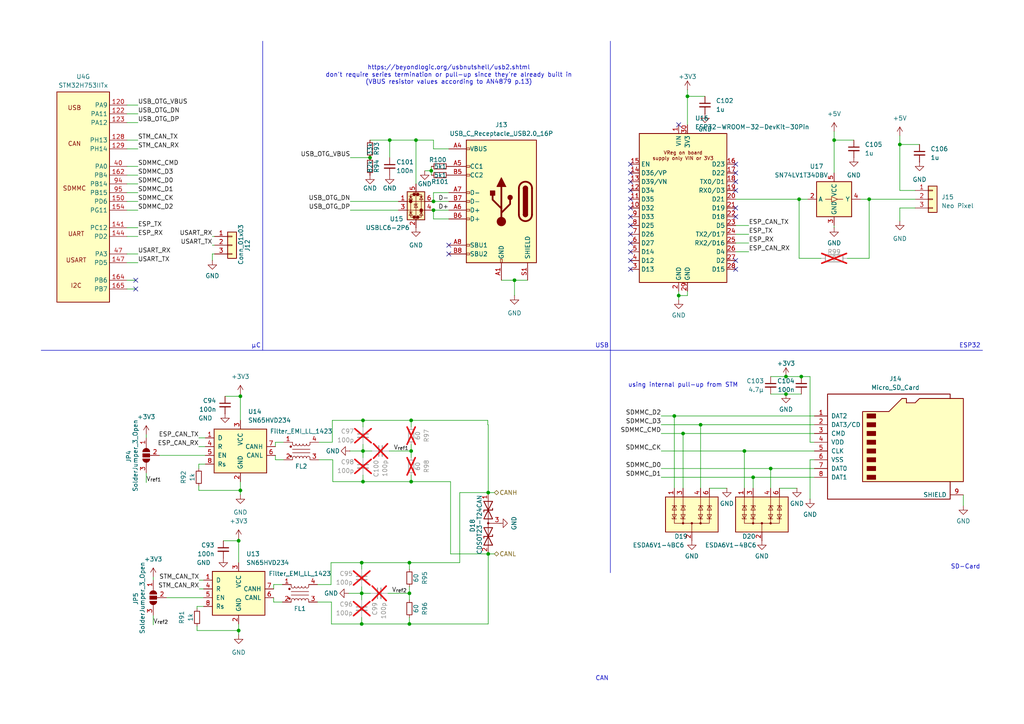
<source format=kicad_sch>
(kicad_sch
	(version 20250114)
	(generator "eeschema")
	(generator_version "9.0")
	(uuid "c61dd313-04ad-474f-9718-66b9bce07315")
	(paper "A4")
	
	(text "USB"
		(exclude_from_sim no)
		(at 174.625 100.33 0)
		(effects
			(font
				(size 1.27 1.27)
			)
		)
		(uuid "030ac795-edf5-444d-9323-762df8451be4")
	)
	(text "SD-Card"
		(exclude_from_sim no)
		(at 280.035 164.465 0)
		(effects
			(font
				(size 1.27 1.27)
			)
		)
		(uuid "05828fab-2d04-4397-b843-7a8ebdd025b6")
	)
	(text "don't require series termination or pull-up since they're already built in\n(VBUS resistor values according to AN4879 p.13)"
		(exclude_from_sim no)
		(at 130.175 22.86 0)
		(effects
			(font
				(size 1.27 1.27)
			)
		)
		(uuid "1055d774-b6a1-419a-b048-36be66eef259")
	)
	(text "µC"
		(exclude_from_sim no)
		(at 74.295 100.33 0)
		(effects
			(font
				(size 1.27 1.27)
			)
		)
		(uuid "116a24cc-e1f0-4e0d-bea5-abd9a8f91599")
	)
	(text "https://beyondlogic.org/usbnutshell/usb2.shtml"
		(exclude_from_sim no)
		(at 130.175 19.685 0)
		(effects
			(font
				(size 1.27 1.27)
			)
		)
		(uuid "17aebb66-f36f-4773-91b3-aa6e98e3a3df")
	)
	(text "ESP32"
		(exclude_from_sim no)
		(at 281.305 100.33 0)
		(effects
			(font
				(size 1.27 1.27)
			)
		)
		(uuid "2f1a1088-c0ce-4de9-ae6e-34c8798ff98b")
	)
	(text "using internal pull-up from STM"
		(exclude_from_sim no)
		(at 198.12 111.76 0)
		(effects
			(font
				(size 1.27 1.27)
			)
		)
		(uuid "a2052886-6177-4247-95db-c4b735b95dd6")
	)
	(text "CAN"
		(exclude_from_sim no)
		(at 174.625 196.85 0)
		(effects
			(font
				(size 1.27 1.27)
			)
		)
		(uuid "aaa6aba1-4600-4726-ab41-4812b09f5f58")
	)
	(junction
		(at 231.775 57.785)
		(diameter 0)
		(color 0 0 0 0)
		(uuid "05cfbb34-84b8-41f9-b2c6-e5b00514da1d")
	)
	(junction
		(at 215.9 130.81)
		(diameter 0)
		(color 0 0 0 0)
		(uuid "0bbc3a19-37df-42ad-91f0-8540a0395fb7")
	)
	(junction
		(at 227.965 109.22)
		(diameter 0)
		(color 0 0 0 0)
		(uuid "18ab2d23-28e9-4932-9559-08cfc3b6ac2c")
	)
	(junction
		(at 232.41 109.22)
		(diameter 0)
		(color 0 0 0 0)
		(uuid "24fd9673-2273-4cc7-b851-95d6418ffacd")
	)
	(junction
		(at 118.745 180.975)
		(diameter 0)
		(color 0 0 0 0)
		(uuid "28a47998-b579-477b-8bd7-5184e4777d5e")
	)
	(junction
		(at 119.253 130.81)
		(diameter 0)
		(color 0 0 0 0)
		(uuid "3162dd44-bd73-462d-a1ba-3ec68e82b83a")
	)
	(junction
		(at 252.095 57.785)
		(diameter 0)
		(color 0 0 0 0)
		(uuid "318c4647-7bc1-4283-9b65-f73983dbd071")
	)
	(junction
		(at 149.225 81.28)
		(diameter 0)
		(color 0 0 0 0)
		(uuid "3c1013bf-bfba-435b-96c5-025b99d0e79f")
	)
	(junction
		(at 69.723 142.24)
		(diameter 0)
		(color 0 0 0 0)
		(uuid "3d875b4c-a7a5-4903-ad64-3ecea35d872b")
	)
	(junction
		(at 69.723 114.935)
		(diameter 0)
		(color 0 0 0 0)
		(uuid "41b0bad5-7e8d-4b02-8ba8-4522831df7e6")
	)
	(junction
		(at 107.315 45.72)
		(diameter 0)
		(color 0 0 0 0)
		(uuid "46e9cd3f-c4dc-4e06-874a-970861c8e4d0")
	)
	(junction
		(at 195.58 120.65)
		(diameter 0)
		(color 0 0 0 0)
		(uuid "483c68f8-8db5-413f-96da-d4c2dccc7777")
	)
	(junction
		(at 69.215 182.88)
		(diameter 0)
		(color 0 0 0 0)
		(uuid "4dfb8dde-4cef-4814-89d9-dc2c67abc0ea")
	)
	(junction
		(at 218.44 138.43)
		(diameter 0)
		(color 0 0 0 0)
		(uuid "50b25640-4ca4-435d-9ca2-96918ac454bf")
	)
	(junction
		(at 198.12 125.73)
		(diameter 0)
		(color 0 0 0 0)
		(uuid "52bd35f7-90f4-444f-80c2-b19c5579d427")
	)
	(junction
		(at 104.902 163.195)
		(diameter 0)
		(color 0 0 0 0)
		(uuid "53b32a67-343e-432d-9256-006aedde493b")
	)
	(junction
		(at 119.253 139.7)
		(diameter 0)
		(color 0 0 0 0)
		(uuid "6c0e76a3-6aad-4fb4-a948-d5eac4447136")
	)
	(junction
		(at 105.283 121.92)
		(diameter 0)
		(color 0 0 0 0)
		(uuid "7481ae21-ea6c-45fa-90b7-25db4fcacac0")
	)
	(junction
		(at 125.73 60.96)
		(diameter 0)
		(color 0 0 0 0)
		(uuid "76eb61ee-a5dc-435a-8704-218432069d76")
	)
	(junction
		(at 227.965 114.3)
		(diameter 0)
		(color 0 0 0 0)
		(uuid "7b77a6c7-da0a-42bd-826a-b38b72133772")
	)
	(junction
		(at 69.215 156.845)
		(diameter 0)
		(color 0 0 0 0)
		(uuid "7c2aa378-d994-4cbb-a7fd-662b6a6dbd3e")
	)
	(junction
		(at 223.52 135.89)
		(diameter 0)
		(color 0 0 0 0)
		(uuid "83a97a6e-f8be-41f0-8991-cb39de58c4f2")
	)
	(junction
		(at 199.39 27.94)
		(diameter 0)
		(color 0 0 0 0)
		(uuid "8a2ddf5a-e56d-4ddb-b3a7-3ce78fdb1ea7")
	)
	(junction
		(at 104.902 180.975)
		(diameter 0)
		(color 0 0 0 0)
		(uuid "8c902d7a-9a97-4247-a024-6511c85f57b0")
	)
	(junction
		(at 119.253 121.92)
		(diameter 0)
		(color 0 0 0 0)
		(uuid "9727df9d-30c2-4d31-a4a4-c18de4a38ffd")
	)
	(junction
		(at 141.605 160.655)
		(diameter 0)
		(color 0 0 0 0)
		(uuid "9b258187-c52a-4e59-8789-b7ac6ed5dc99")
	)
	(junction
		(at 104.902 172.085)
		(diameter 0)
		(color 0 0 0 0)
		(uuid "9cc87ece-ed33-40de-966c-51c2001dc894")
	)
	(junction
		(at 105.283 130.81)
		(diameter 0)
		(color 0 0 0 0)
		(uuid "9cdc856e-55bf-4f24-8496-a3f3c835efb4")
	)
	(junction
		(at 120.65 40.64)
		(diameter 0)
		(color 0 0 0 0)
		(uuid "9ea8c7a2-1503-4324-bc92-c95e051488ac")
	)
	(junction
		(at 141.605 142.875)
		(diameter 0)
		(color 0 0 0 0)
		(uuid "a02cb7ca-67e1-4267-9b51-48bfa47aa699")
	)
	(junction
		(at 203.2 123.19)
		(diameter 0)
		(color 0 0 0 0)
		(uuid "a030d523-f685-498c-a6ce-88394aca3cb6")
	)
	(junction
		(at 118.745 163.195)
		(diameter 0)
		(color 0 0 0 0)
		(uuid "b60abf17-3e74-47af-a488-26c720dd0b0f")
	)
	(junction
		(at 118.745 172.085)
		(diameter 0)
		(color 0 0 0 0)
		(uuid "b6c8fd7b-67f5-4777-9880-dd70ef3914a0")
	)
	(junction
		(at 196.85 85.725)
		(diameter 0)
		(color 0 0 0 0)
		(uuid "cee00a16-43e6-4734-87be-e840da75aabc")
	)
	(junction
		(at 105.283 139.7)
		(diameter 0)
		(color 0 0 0 0)
		(uuid "cf065f4e-64c6-411f-9278-3cbeff3ad8fd")
	)
	(junction
		(at 125.095 49.53)
		(diameter 0)
		(color 0 0 0 0)
		(uuid "d302f7ee-d45d-43f0-9f1f-85368a116229")
	)
	(junction
		(at 260.985 41.91)
		(diameter 0)
		(color 0 0 0 0)
		(uuid "e4280f40-0a8b-46b8-8a3f-bdc2bbc7d561")
	)
	(junction
		(at 241.935 40.64)
		(diameter 0)
		(color 0 0 0 0)
		(uuid "e66e4697-c658-4daa-8505-29693d7c6fa8")
	)
	(junction
		(at 125.73 58.42)
		(diameter 0)
		(color 0 0 0 0)
		(uuid "e8da3965-6ebf-4303-bffa-5c0b2fe16f2a")
	)
	(junction
		(at 113.03 40.64)
		(diameter 0)
		(color 0 0 0 0)
		(uuid "eef95e3a-9baf-4512-9c0f-0fb5481cc6c4")
	)
	(no_connect
		(at 182.88 73.025)
		(uuid "0f78565a-9a79-4977-842d-db81c2f3a858")
	)
	(no_connect
		(at 182.88 55.245)
		(uuid "1635493b-c0b0-4b22-91c0-dd20f89d28d6")
	)
	(no_connect
		(at 182.88 57.785)
		(uuid "2cd37b9b-1e16-4721-baaf-0f02fff9ee15")
	)
	(no_connect
		(at 213.36 47.625)
		(uuid "2e298096-7ace-418c-89a7-3d43d6bed0db")
	)
	(no_connect
		(at 182.88 60.325)
		(uuid "3bc25636-dee2-443e-8ccb-a980f456ac63")
	)
	(no_connect
		(at 182.88 50.165)
		(uuid "43d8676e-50c6-4697-acd1-a078ec396d67")
	)
	(no_connect
		(at 182.88 65.405)
		(uuid "4a7c660c-ecc7-4617-8099-7833ce97674f")
	)
	(no_connect
		(at 182.88 47.625)
		(uuid "5a25121c-a1f8-402a-a503-9b4b6773db57")
	)
	(no_connect
		(at 196.85 36.195)
		(uuid "5c9306cf-381b-4d82-8a3a-52bc964f2a36")
	)
	(no_connect
		(at 213.36 52.705)
		(uuid "5c964bdf-2ed2-4eef-b541-8ce09ccb6359")
	)
	(no_connect
		(at 182.88 78.105)
		(uuid "5cab31a6-586b-4cbb-8e74-6785a73b7287")
	)
	(no_connect
		(at 213.36 75.565)
		(uuid "627c0ac6-463b-4d74-9056-912f48f57f8c")
	)
	(no_connect
		(at 182.88 67.945)
		(uuid "662f2eb1-7541-4b5a-9b3e-348e11036abd")
	)
	(no_connect
		(at 182.88 52.705)
		(uuid "73269fd7-c364-4aef-a8b5-a2eabdfa97a8")
	)
	(no_connect
		(at 213.36 60.325)
		(uuid "797e1eed-a489-45da-8c0f-184fc597169c")
	)
	(no_connect
		(at 39.37 81.28)
		(uuid "801925af-43b5-4a0b-93d1-4b49e54544aa")
	)
	(no_connect
		(at 182.88 75.565)
		(uuid "8365a6d4-6d29-461b-904c-0324ca06fc5a")
	)
	(no_connect
		(at 182.88 62.865)
		(uuid "8ac847d1-9069-40ae-a3f2-d3aed782fb55")
	)
	(no_connect
		(at 39.37 83.82)
		(uuid "8d6a3a61-3be3-4b12-b41e-55b2d97959f1")
	)
	(no_connect
		(at 213.36 78.105)
		(uuid "8f56c4af-52dc-4612-9881-b40f131d9649")
	)
	(no_connect
		(at 213.36 50.165)
		(uuid "b938ea39-6292-4387-8cd7-875c20a9d49a")
	)
	(no_connect
		(at 130.175 71.12)
		(uuid "d7064c93-16c6-497d-859a-7b410a29e175")
	)
	(no_connect
		(at 213.36 55.245)
		(uuid "da2de24c-d775-46ec-8771-ff0ede014a17")
	)
	(no_connect
		(at 130.175 73.66)
		(uuid "e5cfba84-9aae-4335-81b2-f9420a56298e")
	)
	(no_connect
		(at 182.88 70.485)
		(uuid "e700e196-44ff-4ef8-a8e9-38a5e666b895")
	)
	(no_connect
		(at 213.36 62.865)
		(uuid "ffc9674a-9076-447f-ba67-71a5716efeb9")
	)
	(wire
		(pts
			(xy 198.12 125.73) (xy 198.12 141.605)
		)
		(stroke
			(width 0)
			(type default)
		)
		(uuid "0126e725-cd4a-43de-a635-49074d4eee16")
	)
	(wire
		(pts
			(xy 113.03 40.64) (xy 120.65 40.64)
		)
		(stroke
			(width 0)
			(type default)
		)
		(uuid "03b6b96d-d108-4c6b-b2b6-d370d0813a07")
	)
	(wire
		(pts
			(xy 40.005 53.34) (xy 36.83 53.34)
		)
		(stroke
			(width 0)
			(type default)
		)
		(uuid "069c83cc-66af-4239-a3f2-6fc7c9797843")
	)
	(wire
		(pts
			(xy 227.965 109.22) (xy 232.41 109.22)
		)
		(stroke
			(width 0)
			(type default)
		)
		(uuid "0720b77c-06ec-4ddc-af8a-933409149d5c")
	)
	(wire
		(pts
			(xy 252.095 57.785) (xy 252.095 74.93)
		)
		(stroke
			(width 0)
			(type default)
		)
		(uuid "07821e1a-6081-4b53-af8d-3407e5dfe479")
	)
	(wire
		(pts
			(xy 96.139 174.625) (xy 96.139 180.975)
		)
		(stroke
			(width 0)
			(type default)
		)
		(uuid "07b7ef48-98f5-4f9c-8c83-e93a23111e86")
	)
	(wire
		(pts
			(xy 217.17 65.405) (xy 213.36 65.405)
		)
		(stroke
			(width 0)
			(type default)
		)
		(uuid "08072ded-74bf-4b0b-806c-19444be54a5d")
	)
	(wire
		(pts
			(xy 101.6 58.42) (xy 115.57 58.42)
		)
		(stroke
			(width 0)
			(type default)
		)
		(uuid "082fce0a-328f-4c33-b82d-f736243226bd")
	)
	(wire
		(pts
			(xy 125.095 49.53) (xy 125.095 50.8)
		)
		(stroke
			(width 0)
			(type default)
		)
		(uuid "0ea0bb12-e71d-4036-85a4-6c19fe123590")
	)
	(wire
		(pts
			(xy 79.883 133.35) (xy 79.883 132.08)
		)
		(stroke
			(width 0)
			(type default)
		)
		(uuid "0eb24822-65ba-4fcc-a791-110a601cab9c")
	)
	(wire
		(pts
			(xy 241.935 40.64) (xy 247.65 40.64)
		)
		(stroke
			(width 0)
			(type default)
		)
		(uuid "0ec11d76-de2c-47d9-b68b-71e96f39e5f7")
	)
	(wire
		(pts
			(xy 36.83 55.88) (xy 40.005 55.88)
		)
		(stroke
			(width 0)
			(type default)
		)
		(uuid "0f23c12c-ee24-49ec-857a-7c94676913f0")
	)
	(wire
		(pts
			(xy 113.03 40.64) (xy 113.03 45.72)
		)
		(stroke
			(width 0)
			(type default)
		)
		(uuid "0f360adf-082b-43ce-b071-56ba3d6d1ff9")
	)
	(wire
		(pts
			(xy 223.52 135.89) (xy 236.22 135.89)
		)
		(stroke
			(width 0)
			(type default)
		)
		(uuid "0fe1c355-612f-4426-80ff-01e842356dec")
	)
	(wire
		(pts
			(xy 199.39 27.94) (xy 199.39 36.195)
		)
		(stroke
			(width 0)
			(type default)
		)
		(uuid "11371f3a-622b-4d06-958d-0de2e3aefad4")
	)
	(wire
		(pts
			(xy 44.45 178.435) (xy 44.45 181.229)
		)
		(stroke
			(width 0)
			(type default)
		)
		(uuid "1191196b-173d-4dee-bb6d-b29a4d435163")
	)
	(wire
		(pts
			(xy 260.985 41.91) (xy 260.985 55.245)
		)
		(stroke
			(width 0)
			(type default)
		)
		(uuid "11fcf8a6-a9da-4e10-b537-040a5f04eac6")
	)
	(wire
		(pts
			(xy 92.075 169.545) (xy 96.012 169.545)
		)
		(stroke
			(width 0)
			(type default)
		)
		(uuid "1255d5b2-c80c-45ce-8562-7f9325184eb2")
	)
	(wire
		(pts
			(xy 119.253 121.92) (xy 141.478 121.92)
		)
		(stroke
			(width 0)
			(type default)
		)
		(uuid "16abee5d-4262-4bfd-ba27-099017bd3c89")
	)
	(wire
		(pts
			(xy 199.39 85.725) (xy 199.39 84.455)
		)
		(stroke
			(width 0)
			(type default)
		)
		(uuid "175d1789-0795-45ea-bebd-00c51a23ce0a")
	)
	(wire
		(pts
			(xy 191.77 135.89) (xy 223.52 135.89)
		)
		(stroke
			(width 0)
			(type default)
		)
		(uuid "1771b8ef-8c2d-4dbc-bfd3-902fd9585271")
	)
	(wire
		(pts
			(xy 61.595 73.66) (xy 61.595 75.565)
		)
		(stroke
			(width 0)
			(type default)
		)
		(uuid "1851c3fc-c833-4316-939d-3a55a4935065")
	)
	(wire
		(pts
			(xy 61.595 71.12) (xy 62.23 71.12)
		)
		(stroke
			(width 0)
			(type default)
		)
		(uuid "18ab3ef7-d310-4dfe-9bd7-87f1a836a671")
	)
	(wire
		(pts
			(xy 36.83 33.02) (xy 40.005 33.02)
		)
		(stroke
			(width 0)
			(type default)
		)
		(uuid "1b135d7b-8f10-4d19-9a19-146ba9d74198")
	)
	(wire
		(pts
			(xy 112.522 172.085) (xy 118.745 172.085)
		)
		(stroke
			(width 0)
			(type default)
		)
		(uuid "1c380b4c-4cae-4aa6-b682-a869ce94709e")
	)
	(wire
		(pts
			(xy 96.393 121.92) (xy 105.283 121.92)
		)
		(stroke
			(width 0)
			(type default)
		)
		(uuid "1c39585e-5704-44d0-a33d-b3876c68f352")
	)
	(wire
		(pts
			(xy 69.723 114.3) (xy 69.723 114.935)
		)
		(stroke
			(width 0)
			(type default)
		)
		(uuid "1e2b6175-d853-4821-ba74-1f24382ec349")
	)
	(wire
		(pts
			(xy 105.283 121.92) (xy 119.253 121.92)
		)
		(stroke
			(width 0)
			(type default)
		)
		(uuid "1ecee70f-1b0e-4963-98bb-53f91fcf7497")
	)
	(wire
		(pts
			(xy 118.745 170.18) (xy 118.745 172.085)
		)
		(stroke
			(width 0)
			(type default)
		)
		(uuid "216a5d0c-6bc2-4d57-bfc1-a0137443fd45")
	)
	(wire
		(pts
			(xy 125.73 55.88) (xy 130.175 55.88)
		)
		(stroke
			(width 0)
			(type default)
		)
		(uuid "21acc590-ee7c-4d1e-8e1e-92f9f843d3c0")
	)
	(wire
		(pts
			(xy 36.83 60.96) (xy 40.005 60.96)
		)
		(stroke
			(width 0)
			(type default)
		)
		(uuid "2201ad5c-2ea0-4a84-9169-84f97ac3d850")
	)
	(wire
		(pts
			(xy 125.73 60.96) (xy 130.175 60.96)
		)
		(stroke
			(width 0)
			(type default)
		)
		(uuid "23e71670-b058-4e01-a066-4bf14b43a603")
	)
	(wire
		(pts
			(xy 118.745 172.085) (xy 118.745 173.99)
		)
		(stroke
			(width 0)
			(type default)
		)
		(uuid "25fcae18-2fce-4a2e-b99e-14db92c22b5a")
	)
	(wire
		(pts
			(xy 133.35 142.875) (xy 141.605 142.875)
		)
		(stroke
			(width 0)
			(type default)
		)
		(uuid "27d7ae8c-7eae-4f28-bd8f-3df57c79cc78")
	)
	(wire
		(pts
			(xy 217.17 73.025) (xy 213.36 73.025)
		)
		(stroke
			(width 0)
			(type default)
		)
		(uuid "29423af5-f664-45ad-bb1e-0735e38873c2")
	)
	(wire
		(pts
			(xy 118.745 163.195) (xy 133.35 163.195)
		)
		(stroke
			(width 0)
			(type default)
		)
		(uuid "2d763691-facb-4f15-9e9f-59c2b2d09226")
	)
	(wire
		(pts
			(xy 40.005 30.48) (xy 36.83 30.48)
		)
		(stroke
			(width 0)
			(type default)
		)
		(uuid "2e6d5f7d-e2c5-4fff-9ab8-ff9e5059fed6")
	)
	(wire
		(pts
			(xy 238.125 74.93) (xy 231.775 74.93)
		)
		(stroke
			(width 0)
			(type default)
		)
		(uuid "2fa12003-ea95-4a7e-a7b4-8f6dd8428bb3")
	)
	(wire
		(pts
			(xy 44.45 167.259) (xy 44.45 168.275)
		)
		(stroke
			(width 0)
			(type default)
		)
		(uuid "2fe633c0-4d3d-40d2-b66e-9c920b1c7a86")
	)
	(wire
		(pts
			(xy 218.44 141.605) (xy 218.44 138.43)
		)
		(stroke
			(width 0)
			(type default)
		)
		(uuid "3173a2ad-906e-47f8-a364-fc370f3c628a")
	)
	(wire
		(pts
			(xy 145.415 151.765) (xy 144.653 151.765)
		)
		(stroke
			(width 0)
			(type default)
		)
		(uuid "31a4bbdf-559b-4207-a858-901d74817d56")
	)
	(wire
		(pts
			(xy 65.278 114.935) (xy 69.723 114.935)
		)
		(stroke
			(width 0)
			(type default)
		)
		(uuid "32faf47c-e64c-44b4-9d62-4d28d8d4153b")
	)
	(polyline
		(pts
			(xy 11.938 101.6) (xy 284.988 101.6)
		)
		(stroke
			(width 0)
			(type default)
		)
		(uuid "3585df17-1500-4acf-8047-979ff4b5fedc")
	)
	(wire
		(pts
			(xy 69.215 182.88) (xy 69.215 184.15)
		)
		(stroke
			(width 0)
			(type default)
		)
		(uuid "364b407f-3b1e-4c62-9eb8-d29a94c13635")
	)
	(wire
		(pts
			(xy 130.683 160.655) (xy 130.683 139.7)
		)
		(stroke
			(width 0)
			(type default)
		)
		(uuid "37424b4b-71c8-41c4-b362-ea3007ee2cc4")
	)
	(wire
		(pts
			(xy 231.775 74.93) (xy 231.775 57.785)
		)
		(stroke
			(width 0)
			(type default)
		)
		(uuid "393f9b29-c1fb-4477-8410-888c1c775882")
	)
	(wire
		(pts
			(xy 241.935 38.1) (xy 241.935 40.64)
		)
		(stroke
			(width 0)
			(type default)
		)
		(uuid "395ffaba-dbfc-4c84-b3a1-2617223e9f3e")
	)
	(wire
		(pts
			(xy 96.52 133.35) (xy 96.52 139.7)
		)
		(stroke
			(width 0)
			(type default)
		)
		(uuid "3b6bddeb-5651-4db5-98b2-9b6f3f702707")
	)
	(wire
		(pts
			(xy 101.6 45.72) (xy 107.315 45.72)
		)
		(stroke
			(width 0)
			(type default)
		)
		(uuid "3d2cc28f-a815-44ff-b579-98f1bafc55ff")
	)
	(wire
		(pts
			(xy 236.22 128.27) (xy 234.95 128.27)
		)
		(stroke
			(width 0)
			(type default)
		)
		(uuid "3d36dc6e-fb6c-4d22-b425-43462a3be059")
	)
	(wire
		(pts
			(xy 36.83 73.66) (xy 40.005 73.66)
		)
		(stroke
			(width 0)
			(type default)
		)
		(uuid "3e2111f4-1096-49ea-babe-955e0bcbceb6")
	)
	(wire
		(pts
			(xy 119.253 128.905) (xy 119.253 130.81)
		)
		(stroke
			(width 0)
			(type default)
		)
		(uuid "418d6449-7d54-435c-9348-9ebcc667fba1")
	)
	(wire
		(pts
			(xy 149.225 81.28) (xy 145.415 81.28)
		)
		(stroke
			(width 0)
			(type default)
		)
		(uuid "43eb60ad-a089-43b3-8c73-3cd2d4334140")
	)
	(wire
		(pts
			(xy 226.06 141.605) (xy 231.14 141.605)
		)
		(stroke
			(width 0)
			(type default)
		)
		(uuid "4509c7f5-35ec-4bd1-89e7-1a05d5b53aa2")
	)
	(wire
		(pts
			(xy 125.73 58.42) (xy 125.73 55.88)
		)
		(stroke
			(width 0)
			(type default)
		)
		(uuid "4991bdca-b170-43ed-84ef-9caf2ab85aec")
	)
	(wire
		(pts
			(xy 118.745 179.07) (xy 118.745 180.975)
		)
		(stroke
			(width 0)
			(type default)
		)
		(uuid "4abd7593-788c-4faf-8edb-6bf231a57d07")
	)
	(wire
		(pts
			(xy 61.595 68.58) (xy 62.23 68.58)
		)
		(stroke
			(width 0)
			(type default)
		)
		(uuid "4c385e60-1b83-4735-8d87-273cadd39ee9")
	)
	(wire
		(pts
			(xy 120.65 40.64) (xy 125.73 40.64)
		)
		(stroke
			(width 0)
			(type default)
		)
		(uuid "4c4a7a36-80ee-4595-b311-1291392bf06c")
	)
	(wire
		(pts
			(xy 231.775 57.785) (xy 234.315 57.785)
		)
		(stroke
			(width 0)
			(type default)
		)
		(uuid "4dc32d7f-3ff8-43a5-afb9-2f4908b6a181")
	)
	(wire
		(pts
			(xy 141.605 160.655) (xy 141.605 180.975)
		)
		(stroke
			(width 0)
			(type default)
		)
		(uuid "4f3190e5-1fec-4c20-8c78-bb72eed0982d")
	)
	(wire
		(pts
			(xy 260.985 55.245) (xy 265.43 55.245)
		)
		(stroke
			(width 0)
			(type default)
		)
		(uuid "4f4d3fff-85b9-4083-bd46-2b914ab4a849")
	)
	(wire
		(pts
			(xy 223.52 135.89) (xy 223.52 141.605)
		)
		(stroke
			(width 0)
			(type default)
		)
		(uuid "4ff43a78-6f92-4a7c-8cfb-ed39be066f5a")
	)
	(wire
		(pts
			(xy 234.95 133.35) (xy 234.95 144.78)
		)
		(stroke
			(width 0)
			(type default)
		)
		(uuid "5121f087-75a7-4517-bf80-93142898bd7b")
	)
	(wire
		(pts
			(xy 223.52 114.3) (xy 227.965 114.3)
		)
		(stroke
			(width 0)
			(type default)
		)
		(uuid "551574cf-3580-4b1f-8680-a14f6beb8bdd")
	)
	(wire
		(pts
			(xy 79.883 128.27) (xy 82.296 128.27)
		)
		(stroke
			(width 0)
			(type default)
		)
		(uuid "569600ce-4916-426c-ad6a-43656f889c21")
	)
	(wire
		(pts
			(xy 69.215 156.21) (xy 69.215 156.845)
		)
		(stroke
			(width 0)
			(type default)
		)
		(uuid "573d52d7-2912-42f7-a32c-98f9437fcfb4")
	)
	(wire
		(pts
			(xy 57.785 168.275) (xy 59.055 168.275)
		)
		(stroke
			(width 0)
			(type default)
		)
		(uuid "58a5b0f4-7372-4ed6-b2ff-21c9fc14c383")
	)
	(wire
		(pts
			(xy 191.77 138.43) (xy 218.44 138.43)
		)
		(stroke
			(width 0)
			(type default)
		)
		(uuid "5c2584d9-d8f6-4dbe-931c-d205c3941d47")
	)
	(wire
		(pts
			(xy 105.283 139.7) (xy 119.253 139.7)
		)
		(stroke
			(width 0)
			(type default)
		)
		(uuid "5c8a4f71-ee4a-46e2-86ff-f735840fe6ca")
	)
	(wire
		(pts
			(xy 249.555 57.785) (xy 252.095 57.785)
		)

... [133788 chars truncated]
</source>
